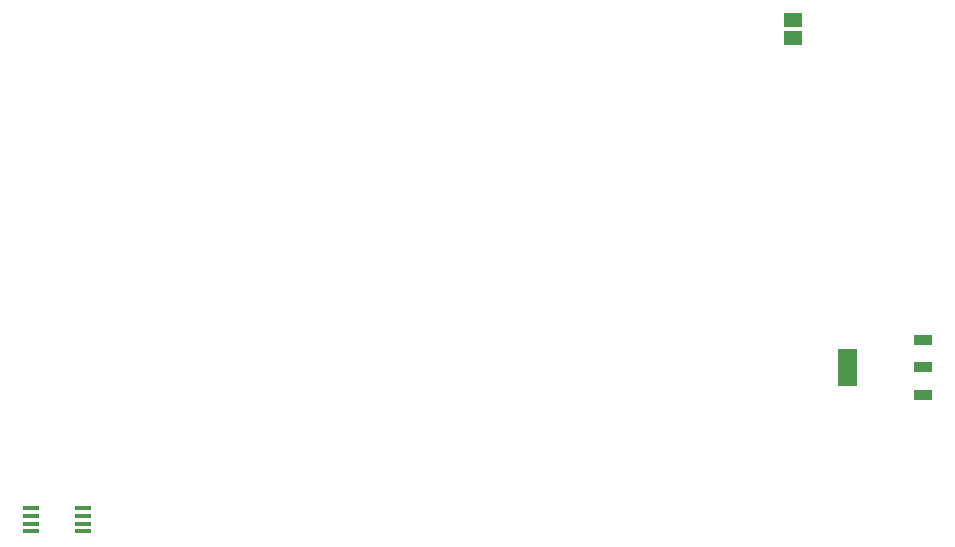
<source format=gbr>
%TF.GenerationSoftware,KiCad,Pcbnew,7.0.2-0*%
%TF.CreationDate,2023-11-14T20:22:56-05:00*%
%TF.ProjectId,A2 Percussion Desktop,41322050-6572-4637-9573-73696f6e2044,rev?*%
%TF.SameCoordinates,Original*%
%TF.FileFunction,Paste,Bot*%
%TF.FilePolarity,Positive*%
%FSLAX46Y46*%
G04 Gerber Fmt 4.6, Leading zero omitted, Abs format (unit mm)*
G04 Created by KiCad (PCBNEW 7.0.2-0) date 2023-11-14 20:22:56*
%MOMM*%
%LPD*%
G01*
G04 APERTURE LIST*
%ADD10R,1.600200X0.914400*%
%ADD11R,1.600200X1.168400*%
%ADD12R,1.450000X0.450000*%
G04 APERTURE END LIST*
%TO.C,CR1*%
G36*
X118491200Y-42298400D02*
G01*
X116891000Y-42298400D01*
X116891000Y-39098000D01*
X118491200Y-39098000D01*
X118491200Y-42298400D01*
G37*
%TD*%
D10*
%TO.C,CR1*%
X124091900Y-38398200D03*
X124091900Y-40698200D03*
X124091900Y-42998200D03*
%TD*%
D11*
%TO.C,Connect_For_Euro_Power1*%
X113117300Y-12805260D03*
X113117300Y-11283800D03*
%TD*%
D12*
%TO.C,U2*%
X53000000Y-52625000D03*
X53000000Y-53275000D03*
X53000000Y-53925000D03*
X53000000Y-54575000D03*
X48600000Y-54575000D03*
X48600000Y-53925000D03*
X48600000Y-53275000D03*
X48600000Y-52625000D03*
%TD*%
M02*

</source>
